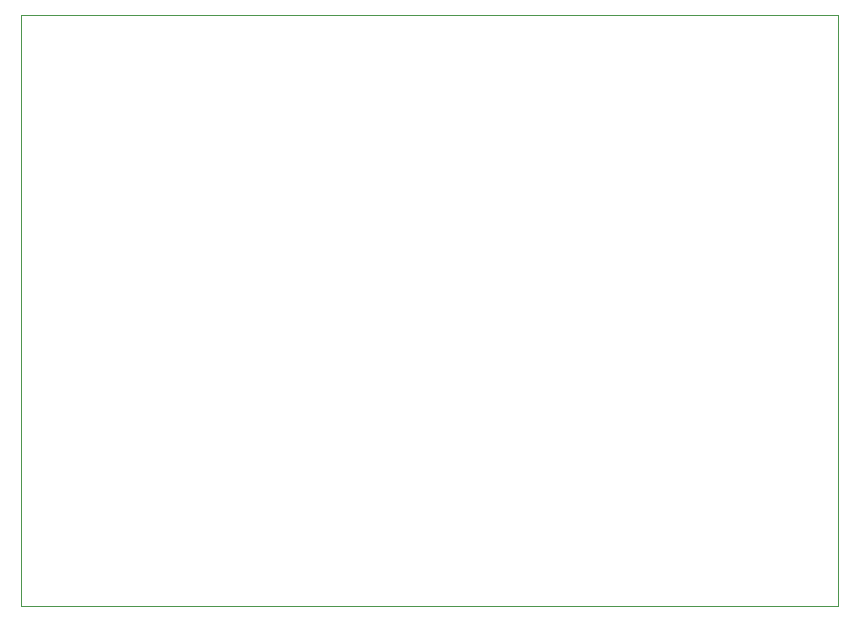
<source format=gbr>
%TF.GenerationSoftware,KiCad,Pcbnew,8.0.7*%
%TF.CreationDate,2025-07-22T20:11:00+09:00*%
%TF.ProjectId,Arduino magnetic gate,41726475-696e-46f2-906d-61676e657469,rev?*%
%TF.SameCoordinates,Original*%
%TF.FileFunction,Profile,NP*%
%FSLAX46Y46*%
G04 Gerber Fmt 4.6, Leading zero omitted, Abs format (unit mm)*
G04 Created by KiCad (PCBNEW 8.0.7) date 2025-07-22 20:11:00*
%MOMM*%
%LPD*%
G01*
G04 APERTURE LIST*
%TA.AperFunction,Profile*%
%ADD10C,0.050000*%
%TD*%
G04 APERTURE END LIST*
D10*
X158673800Y-81724500D02*
X227863400Y-81724500D01*
X227863400Y-131737100D01*
X158673800Y-131737100D01*
X158673800Y-81724500D01*
M02*

</source>
